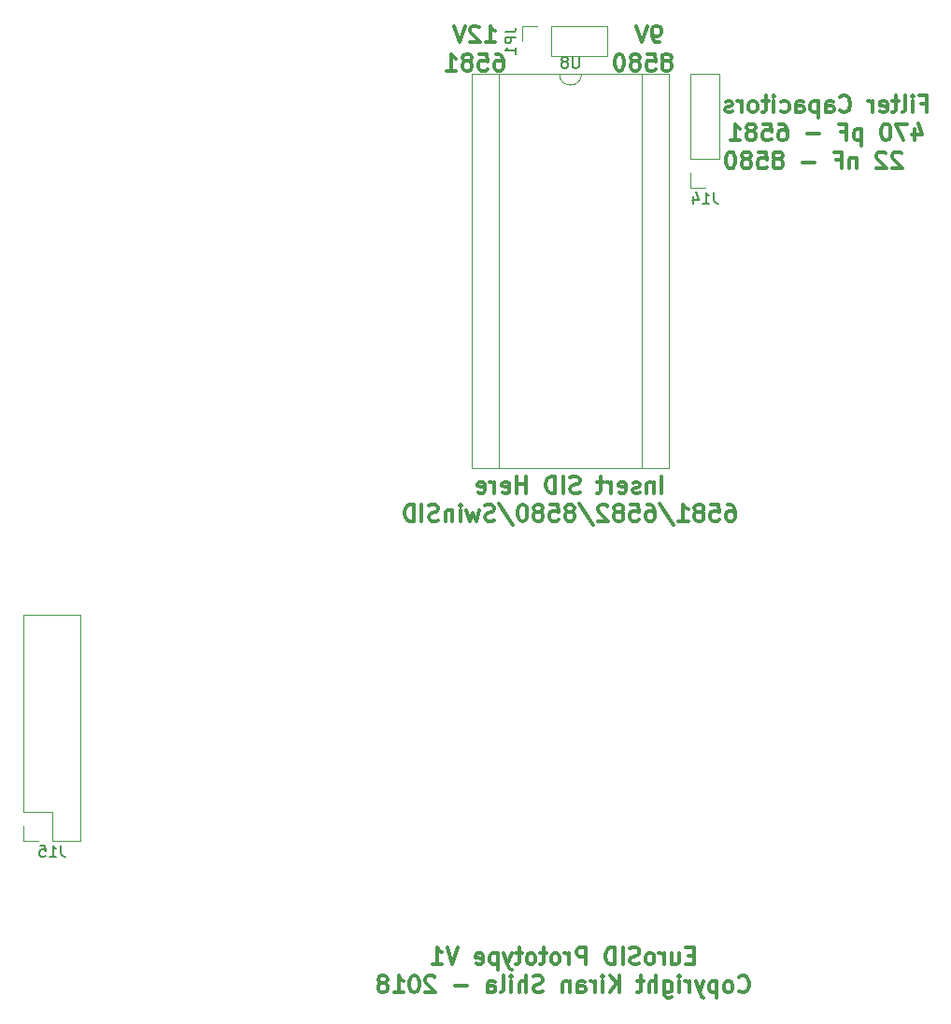
<source format=gbo>
G04 #@! TF.GenerationSoftware,KiCad,Pcbnew,(5.0.1-3-g963ef8bb5)*
G04 #@! TF.CreationDate,2018-11-12T23:42:08-05:00*
G04 #@! TF.ProjectId,EuroSID,4575726F5349442E6B696361645F7063,rev?*
G04 #@! TF.SameCoordinates,Original*
G04 #@! TF.FileFunction,Legend,Bot*
G04 #@! TF.FilePolarity,Positive*
%FSLAX46Y46*%
G04 Gerber Fmt 4.6, Leading zero omitted, Abs format (unit mm)*
G04 Created by KiCad (PCBNEW (5.0.1-3-g963ef8bb5)) date Monday, November 12, 2018 at 11:42:08 PM*
%MOMM*%
%LPD*%
G01*
G04 APERTURE LIST*
%ADD10C,0.300000*%
%ADD11C,0.120000*%
%ADD12C,0.150000*%
G04 APERTURE END LIST*
D10*
X102041428Y-96323571D02*
X102041428Y-94823571D01*
X101327142Y-95323571D02*
X101327142Y-96323571D01*
X101327142Y-95466428D02*
X101255714Y-95395000D01*
X101112857Y-95323571D01*
X100898571Y-95323571D01*
X100755714Y-95395000D01*
X100684285Y-95537857D01*
X100684285Y-96323571D01*
X100041428Y-96252142D02*
X99898571Y-96323571D01*
X99612857Y-96323571D01*
X99470000Y-96252142D01*
X99398571Y-96109285D01*
X99398571Y-96037857D01*
X99470000Y-95895000D01*
X99612857Y-95823571D01*
X99827142Y-95823571D01*
X99970000Y-95752142D01*
X100041428Y-95609285D01*
X100041428Y-95537857D01*
X99970000Y-95395000D01*
X99827142Y-95323571D01*
X99612857Y-95323571D01*
X99470000Y-95395000D01*
X98184285Y-96252142D02*
X98327142Y-96323571D01*
X98612857Y-96323571D01*
X98755714Y-96252142D01*
X98827142Y-96109285D01*
X98827142Y-95537857D01*
X98755714Y-95395000D01*
X98612857Y-95323571D01*
X98327142Y-95323571D01*
X98184285Y-95395000D01*
X98112857Y-95537857D01*
X98112857Y-95680714D01*
X98827142Y-95823571D01*
X97470000Y-96323571D02*
X97470000Y-95323571D01*
X97470000Y-95609285D02*
X97398571Y-95466428D01*
X97327142Y-95395000D01*
X97184285Y-95323571D01*
X97041428Y-95323571D01*
X96755714Y-95323571D02*
X96184285Y-95323571D01*
X96541428Y-94823571D02*
X96541428Y-96109285D01*
X96470000Y-96252142D01*
X96327142Y-96323571D01*
X96184285Y-96323571D01*
X94612857Y-96252142D02*
X94398571Y-96323571D01*
X94041428Y-96323571D01*
X93898571Y-96252142D01*
X93827142Y-96180714D01*
X93755714Y-96037857D01*
X93755714Y-95895000D01*
X93827142Y-95752142D01*
X93898571Y-95680714D01*
X94041428Y-95609285D01*
X94327142Y-95537857D01*
X94470000Y-95466428D01*
X94541428Y-95395000D01*
X94612857Y-95252142D01*
X94612857Y-95109285D01*
X94541428Y-94966428D01*
X94470000Y-94895000D01*
X94327142Y-94823571D01*
X93970000Y-94823571D01*
X93755714Y-94895000D01*
X93112857Y-96323571D02*
X93112857Y-94823571D01*
X92398571Y-96323571D02*
X92398571Y-94823571D01*
X92041428Y-94823571D01*
X91827142Y-94895000D01*
X91684285Y-95037857D01*
X91612857Y-95180714D01*
X91541428Y-95466428D01*
X91541428Y-95680714D01*
X91612857Y-95966428D01*
X91684285Y-96109285D01*
X91827142Y-96252142D01*
X92041428Y-96323571D01*
X92398571Y-96323571D01*
X89755714Y-96323571D02*
X89755714Y-94823571D01*
X89755714Y-95537857D02*
X88898571Y-95537857D01*
X88898571Y-96323571D02*
X88898571Y-94823571D01*
X87612857Y-96252142D02*
X87755714Y-96323571D01*
X88041428Y-96323571D01*
X88184285Y-96252142D01*
X88255714Y-96109285D01*
X88255714Y-95537857D01*
X88184285Y-95395000D01*
X88041428Y-95323571D01*
X87755714Y-95323571D01*
X87612857Y-95395000D01*
X87541428Y-95537857D01*
X87541428Y-95680714D01*
X88255714Y-95823571D01*
X86898571Y-96323571D02*
X86898571Y-95323571D01*
X86898571Y-95609285D02*
X86827142Y-95466428D01*
X86755714Y-95395000D01*
X86612857Y-95323571D01*
X86470000Y-95323571D01*
X85398571Y-96252142D02*
X85541428Y-96323571D01*
X85827142Y-96323571D01*
X85970000Y-96252142D01*
X86041428Y-96109285D01*
X86041428Y-95537857D01*
X85970000Y-95395000D01*
X85827142Y-95323571D01*
X85541428Y-95323571D01*
X85398571Y-95395000D01*
X85327142Y-95537857D01*
X85327142Y-95680714D01*
X86041428Y-95823571D01*
X108005714Y-97373571D02*
X108291428Y-97373571D01*
X108434285Y-97445000D01*
X108505714Y-97516428D01*
X108648571Y-97730714D01*
X108720000Y-98016428D01*
X108720000Y-98587857D01*
X108648571Y-98730714D01*
X108577142Y-98802142D01*
X108434285Y-98873571D01*
X108148571Y-98873571D01*
X108005714Y-98802142D01*
X107934285Y-98730714D01*
X107862857Y-98587857D01*
X107862857Y-98230714D01*
X107934285Y-98087857D01*
X108005714Y-98016428D01*
X108148571Y-97945000D01*
X108434285Y-97945000D01*
X108577142Y-98016428D01*
X108648571Y-98087857D01*
X108720000Y-98230714D01*
X106505714Y-97373571D02*
X107220000Y-97373571D01*
X107291428Y-98087857D01*
X107220000Y-98016428D01*
X107077142Y-97945000D01*
X106720000Y-97945000D01*
X106577142Y-98016428D01*
X106505714Y-98087857D01*
X106434285Y-98230714D01*
X106434285Y-98587857D01*
X106505714Y-98730714D01*
X106577142Y-98802142D01*
X106720000Y-98873571D01*
X107077142Y-98873571D01*
X107220000Y-98802142D01*
X107291428Y-98730714D01*
X105577142Y-98016428D02*
X105720000Y-97945000D01*
X105791428Y-97873571D01*
X105862857Y-97730714D01*
X105862857Y-97659285D01*
X105791428Y-97516428D01*
X105720000Y-97445000D01*
X105577142Y-97373571D01*
X105291428Y-97373571D01*
X105148571Y-97445000D01*
X105077142Y-97516428D01*
X105005714Y-97659285D01*
X105005714Y-97730714D01*
X105077142Y-97873571D01*
X105148571Y-97945000D01*
X105291428Y-98016428D01*
X105577142Y-98016428D01*
X105720000Y-98087857D01*
X105791428Y-98159285D01*
X105862857Y-98302142D01*
X105862857Y-98587857D01*
X105791428Y-98730714D01*
X105720000Y-98802142D01*
X105577142Y-98873571D01*
X105291428Y-98873571D01*
X105148571Y-98802142D01*
X105077142Y-98730714D01*
X105005714Y-98587857D01*
X105005714Y-98302142D01*
X105077142Y-98159285D01*
X105148571Y-98087857D01*
X105291428Y-98016428D01*
X103577142Y-98873571D02*
X104434285Y-98873571D01*
X104005714Y-98873571D02*
X104005714Y-97373571D01*
X104148571Y-97587857D01*
X104291428Y-97730714D01*
X104434285Y-97802142D01*
X101862857Y-97302142D02*
X103148571Y-99230714D01*
X100720000Y-97373571D02*
X101005714Y-97373571D01*
X101148571Y-97445000D01*
X101220000Y-97516428D01*
X101362857Y-97730714D01*
X101434285Y-98016428D01*
X101434285Y-98587857D01*
X101362857Y-98730714D01*
X101291428Y-98802142D01*
X101148571Y-98873571D01*
X100862857Y-98873571D01*
X100720000Y-98802142D01*
X100648571Y-98730714D01*
X100577142Y-98587857D01*
X100577142Y-98230714D01*
X100648571Y-98087857D01*
X100720000Y-98016428D01*
X100862857Y-97945000D01*
X101148571Y-97945000D01*
X101291428Y-98016428D01*
X101362857Y-98087857D01*
X101434285Y-98230714D01*
X99220000Y-97373571D02*
X99934285Y-97373571D01*
X100005714Y-98087857D01*
X99934285Y-98016428D01*
X99791428Y-97945000D01*
X99434285Y-97945000D01*
X99291428Y-98016428D01*
X99220000Y-98087857D01*
X99148571Y-98230714D01*
X99148571Y-98587857D01*
X99220000Y-98730714D01*
X99291428Y-98802142D01*
X99434285Y-98873571D01*
X99791428Y-98873571D01*
X99934285Y-98802142D01*
X100005714Y-98730714D01*
X98291428Y-98016428D02*
X98434285Y-97945000D01*
X98505714Y-97873571D01*
X98577142Y-97730714D01*
X98577142Y-97659285D01*
X98505714Y-97516428D01*
X98434285Y-97445000D01*
X98291428Y-97373571D01*
X98005714Y-97373571D01*
X97862857Y-97445000D01*
X97791428Y-97516428D01*
X97720000Y-97659285D01*
X97720000Y-97730714D01*
X97791428Y-97873571D01*
X97862857Y-97945000D01*
X98005714Y-98016428D01*
X98291428Y-98016428D01*
X98434285Y-98087857D01*
X98505714Y-98159285D01*
X98577142Y-98302142D01*
X98577142Y-98587857D01*
X98505714Y-98730714D01*
X98434285Y-98802142D01*
X98291428Y-98873571D01*
X98005714Y-98873571D01*
X97862857Y-98802142D01*
X97791428Y-98730714D01*
X97720000Y-98587857D01*
X97720000Y-98302142D01*
X97791428Y-98159285D01*
X97862857Y-98087857D01*
X98005714Y-98016428D01*
X97148571Y-97516428D02*
X97077142Y-97445000D01*
X96934285Y-97373571D01*
X96577142Y-97373571D01*
X96434285Y-97445000D01*
X96362857Y-97516428D01*
X96291428Y-97659285D01*
X96291428Y-97802142D01*
X96362857Y-98016428D01*
X97220000Y-98873571D01*
X96291428Y-98873571D01*
X94577142Y-97302142D02*
X95862857Y-99230714D01*
X93862857Y-98016428D02*
X94005714Y-97945000D01*
X94077142Y-97873571D01*
X94148571Y-97730714D01*
X94148571Y-97659285D01*
X94077142Y-97516428D01*
X94005714Y-97445000D01*
X93862857Y-97373571D01*
X93577142Y-97373571D01*
X93434285Y-97445000D01*
X93362857Y-97516428D01*
X93291428Y-97659285D01*
X93291428Y-97730714D01*
X93362857Y-97873571D01*
X93434285Y-97945000D01*
X93577142Y-98016428D01*
X93862857Y-98016428D01*
X94005714Y-98087857D01*
X94077142Y-98159285D01*
X94148571Y-98302142D01*
X94148571Y-98587857D01*
X94077142Y-98730714D01*
X94005714Y-98802142D01*
X93862857Y-98873571D01*
X93577142Y-98873571D01*
X93434285Y-98802142D01*
X93362857Y-98730714D01*
X93291428Y-98587857D01*
X93291428Y-98302142D01*
X93362857Y-98159285D01*
X93434285Y-98087857D01*
X93577142Y-98016428D01*
X91934285Y-97373571D02*
X92648571Y-97373571D01*
X92719999Y-98087857D01*
X92648571Y-98016428D01*
X92505714Y-97945000D01*
X92148571Y-97945000D01*
X92005714Y-98016428D01*
X91934285Y-98087857D01*
X91862857Y-98230714D01*
X91862857Y-98587857D01*
X91934285Y-98730714D01*
X92005714Y-98802142D01*
X92148571Y-98873571D01*
X92505714Y-98873571D01*
X92648571Y-98802142D01*
X92719999Y-98730714D01*
X91005714Y-98016428D02*
X91148571Y-97945000D01*
X91219999Y-97873571D01*
X91291428Y-97730714D01*
X91291428Y-97659285D01*
X91219999Y-97516428D01*
X91148571Y-97445000D01*
X91005714Y-97373571D01*
X90719999Y-97373571D01*
X90577142Y-97445000D01*
X90505714Y-97516428D01*
X90434285Y-97659285D01*
X90434285Y-97730714D01*
X90505714Y-97873571D01*
X90577142Y-97945000D01*
X90719999Y-98016428D01*
X91005714Y-98016428D01*
X91148571Y-98087857D01*
X91219999Y-98159285D01*
X91291428Y-98302142D01*
X91291428Y-98587857D01*
X91219999Y-98730714D01*
X91148571Y-98802142D01*
X91005714Y-98873571D01*
X90719999Y-98873571D01*
X90577142Y-98802142D01*
X90505714Y-98730714D01*
X90434285Y-98587857D01*
X90434285Y-98302142D01*
X90505714Y-98159285D01*
X90577142Y-98087857D01*
X90719999Y-98016428D01*
X89505714Y-97373571D02*
X89362857Y-97373571D01*
X89219999Y-97445000D01*
X89148571Y-97516428D01*
X89077142Y-97659285D01*
X89005714Y-97945000D01*
X89005714Y-98302142D01*
X89077142Y-98587857D01*
X89148571Y-98730714D01*
X89219999Y-98802142D01*
X89362857Y-98873571D01*
X89505714Y-98873571D01*
X89648571Y-98802142D01*
X89719999Y-98730714D01*
X89791428Y-98587857D01*
X89862857Y-98302142D01*
X89862857Y-97945000D01*
X89791428Y-97659285D01*
X89719999Y-97516428D01*
X89648571Y-97445000D01*
X89505714Y-97373571D01*
X87291428Y-97302142D02*
X88577142Y-99230714D01*
X86862857Y-98802142D02*
X86648571Y-98873571D01*
X86291428Y-98873571D01*
X86148571Y-98802142D01*
X86077142Y-98730714D01*
X86005714Y-98587857D01*
X86005714Y-98445000D01*
X86077142Y-98302142D01*
X86148571Y-98230714D01*
X86291428Y-98159285D01*
X86577142Y-98087857D01*
X86719999Y-98016428D01*
X86791428Y-97945000D01*
X86862857Y-97802142D01*
X86862857Y-97659285D01*
X86791428Y-97516428D01*
X86719999Y-97445000D01*
X86577142Y-97373571D01*
X86219999Y-97373571D01*
X86005714Y-97445000D01*
X85505714Y-97873571D02*
X85219999Y-98873571D01*
X84934285Y-98159285D01*
X84648571Y-98873571D01*
X84362857Y-97873571D01*
X83791428Y-98873571D02*
X83791428Y-97873571D01*
X83791428Y-97373571D02*
X83862857Y-97445000D01*
X83791428Y-97516428D01*
X83719999Y-97445000D01*
X83791428Y-97373571D01*
X83791428Y-97516428D01*
X83077142Y-97873571D02*
X83077142Y-98873571D01*
X83077142Y-98016428D02*
X83005714Y-97945000D01*
X82862857Y-97873571D01*
X82648571Y-97873571D01*
X82505714Y-97945000D01*
X82434285Y-98087857D01*
X82434285Y-98873571D01*
X81791428Y-98802142D02*
X81577142Y-98873571D01*
X81219999Y-98873571D01*
X81077142Y-98802142D01*
X81005714Y-98730714D01*
X80934285Y-98587857D01*
X80934285Y-98445000D01*
X81005714Y-98302142D01*
X81077142Y-98230714D01*
X81219999Y-98159285D01*
X81505714Y-98087857D01*
X81648571Y-98016428D01*
X81719999Y-97945000D01*
X81791428Y-97802142D01*
X81791428Y-97659285D01*
X81719999Y-97516428D01*
X81648571Y-97445000D01*
X81505714Y-97373571D01*
X81148571Y-97373571D01*
X80934285Y-97445000D01*
X80291428Y-98873571D02*
X80291428Y-97373571D01*
X79577142Y-98873571D02*
X79577142Y-97373571D01*
X79219999Y-97373571D01*
X79005714Y-97445000D01*
X78862857Y-97587857D01*
X78791428Y-97730714D01*
X78719999Y-98016428D01*
X78719999Y-98230714D01*
X78791428Y-98516428D01*
X78862857Y-98659285D01*
X79005714Y-98802142D01*
X79219999Y-98873571D01*
X79577142Y-98873571D01*
X104945714Y-138247857D02*
X104445714Y-138247857D01*
X104231428Y-139033571D02*
X104945714Y-139033571D01*
X104945714Y-137533571D01*
X104231428Y-137533571D01*
X102945714Y-138033571D02*
X102945714Y-139033571D01*
X103588571Y-138033571D02*
X103588571Y-138819285D01*
X103517142Y-138962142D01*
X103374285Y-139033571D01*
X103160000Y-139033571D01*
X103017142Y-138962142D01*
X102945714Y-138890714D01*
X102231428Y-139033571D02*
X102231428Y-138033571D01*
X102231428Y-138319285D02*
X102160000Y-138176428D01*
X102088571Y-138105000D01*
X101945714Y-138033571D01*
X101802857Y-138033571D01*
X101088571Y-139033571D02*
X101231428Y-138962142D01*
X101302857Y-138890714D01*
X101374285Y-138747857D01*
X101374285Y-138319285D01*
X101302857Y-138176428D01*
X101231428Y-138105000D01*
X101088571Y-138033571D01*
X100874285Y-138033571D01*
X100731428Y-138105000D01*
X100660000Y-138176428D01*
X100588571Y-138319285D01*
X100588571Y-138747857D01*
X100660000Y-138890714D01*
X100731428Y-138962142D01*
X100874285Y-139033571D01*
X101088571Y-139033571D01*
X100017142Y-138962142D02*
X99802857Y-139033571D01*
X99445714Y-139033571D01*
X99302857Y-138962142D01*
X99231428Y-138890714D01*
X99160000Y-138747857D01*
X99160000Y-138605000D01*
X99231428Y-138462142D01*
X99302857Y-138390714D01*
X99445714Y-138319285D01*
X99731428Y-138247857D01*
X99874285Y-138176428D01*
X99945714Y-138105000D01*
X100017142Y-137962142D01*
X100017142Y-137819285D01*
X99945714Y-137676428D01*
X99874285Y-137605000D01*
X99731428Y-137533571D01*
X99374285Y-137533571D01*
X99160000Y-137605000D01*
X98517142Y-139033571D02*
X98517142Y-137533571D01*
X97802857Y-139033571D02*
X97802857Y-137533571D01*
X97445714Y-137533571D01*
X97231428Y-137605000D01*
X97088571Y-137747857D01*
X97017142Y-137890714D01*
X96945714Y-138176428D01*
X96945714Y-138390714D01*
X97017142Y-138676428D01*
X97088571Y-138819285D01*
X97231428Y-138962142D01*
X97445714Y-139033571D01*
X97802857Y-139033571D01*
X95160000Y-139033571D02*
X95160000Y-137533571D01*
X94588571Y-137533571D01*
X94445714Y-137605000D01*
X94374285Y-137676428D01*
X94302857Y-137819285D01*
X94302857Y-138033571D01*
X94374285Y-138176428D01*
X94445714Y-138247857D01*
X94588571Y-138319285D01*
X95160000Y-138319285D01*
X93660000Y-139033571D02*
X93660000Y-138033571D01*
X93660000Y-138319285D02*
X93588571Y-138176428D01*
X93517142Y-138105000D01*
X93374285Y-138033571D01*
X93231428Y-138033571D01*
X92517142Y-139033571D02*
X92660000Y-138962142D01*
X92731428Y-138890714D01*
X92802857Y-138747857D01*
X92802857Y-138319285D01*
X92731428Y-138176428D01*
X92660000Y-138105000D01*
X92517142Y-138033571D01*
X92302857Y-138033571D01*
X92160000Y-138105000D01*
X92088571Y-138176428D01*
X92017142Y-138319285D01*
X92017142Y-138747857D01*
X92088571Y-138890714D01*
X92160000Y-138962142D01*
X92302857Y-139033571D01*
X92517142Y-139033571D01*
X91588571Y-138033571D02*
X91017142Y-138033571D01*
X91374285Y-137533571D02*
X91374285Y-138819285D01*
X91302857Y-138962142D01*
X91160000Y-139033571D01*
X91017142Y-139033571D01*
X90302857Y-139033571D02*
X90445714Y-138962142D01*
X90517142Y-138890714D01*
X90588571Y-138747857D01*
X90588571Y-138319285D01*
X90517142Y-138176428D01*
X90445714Y-138105000D01*
X90302857Y-138033571D01*
X90088571Y-138033571D01*
X89945714Y-138105000D01*
X89874285Y-138176428D01*
X89802857Y-138319285D01*
X89802857Y-138747857D01*
X89874285Y-138890714D01*
X89945714Y-138962142D01*
X90088571Y-139033571D01*
X90302857Y-139033571D01*
X89374285Y-138033571D02*
X88802857Y-138033571D01*
X89160000Y-137533571D02*
X89160000Y-138819285D01*
X89088571Y-138962142D01*
X88945714Y-139033571D01*
X88802857Y-139033571D01*
X88445714Y-138033571D02*
X88088571Y-139033571D01*
X87731428Y-138033571D02*
X88088571Y-139033571D01*
X88231428Y-139390714D01*
X88302857Y-139462142D01*
X88445714Y-139533571D01*
X87160000Y-138033571D02*
X87160000Y-139533571D01*
X87160000Y-138105000D02*
X87017142Y-138033571D01*
X86731428Y-138033571D01*
X86588571Y-138105000D01*
X86517142Y-138176428D01*
X86445714Y-138319285D01*
X86445714Y-138747857D01*
X86517142Y-138890714D01*
X86588571Y-138962142D01*
X86731428Y-139033571D01*
X87017142Y-139033571D01*
X87160000Y-138962142D01*
X85231428Y-138962142D02*
X85374285Y-139033571D01*
X85660000Y-139033571D01*
X85802857Y-138962142D01*
X85874285Y-138819285D01*
X85874285Y-138247857D01*
X85802857Y-138105000D01*
X85660000Y-138033571D01*
X85374285Y-138033571D01*
X85231428Y-138105000D01*
X85160000Y-138247857D01*
X85160000Y-138390714D01*
X85874285Y-138533571D01*
X83588571Y-137533571D02*
X83088571Y-139033571D01*
X82588571Y-137533571D01*
X81302857Y-139033571D02*
X82160000Y-139033571D01*
X81731428Y-139033571D02*
X81731428Y-137533571D01*
X81874285Y-137747857D01*
X82017142Y-137890714D01*
X82160000Y-137962142D01*
X109052857Y-141440714D02*
X109124285Y-141512142D01*
X109338571Y-141583571D01*
X109481428Y-141583571D01*
X109695714Y-141512142D01*
X109838571Y-141369285D01*
X109910000Y-141226428D01*
X109981428Y-140940714D01*
X109981428Y-140726428D01*
X109910000Y-140440714D01*
X109838571Y-140297857D01*
X109695714Y-140155000D01*
X109481428Y-140083571D01*
X109338571Y-140083571D01*
X109124285Y-140155000D01*
X109052857Y-140226428D01*
X108195714Y-141583571D02*
X108338571Y-141512142D01*
X108410000Y-141440714D01*
X108481428Y-141297857D01*
X108481428Y-140869285D01*
X108410000Y-140726428D01*
X108338571Y-140655000D01*
X108195714Y-140583571D01*
X107981428Y-140583571D01*
X107838571Y-140655000D01*
X107767142Y-140726428D01*
X107695714Y-140869285D01*
X107695714Y-141297857D01*
X107767142Y-141440714D01*
X107838571Y-141512142D01*
X107981428Y-141583571D01*
X108195714Y-141583571D01*
X107052857Y-140583571D02*
X107052857Y-142083571D01*
X107052857Y-140655000D02*
X106910000Y-140583571D01*
X106624285Y-140583571D01*
X106481428Y-140655000D01*
X106410000Y-140726428D01*
X106338571Y-140869285D01*
X106338571Y-141297857D01*
X106410000Y-141440714D01*
X106481428Y-141512142D01*
X106624285Y-141583571D01*
X106910000Y-141583571D01*
X107052857Y-141512142D01*
X105838571Y-140583571D02*
X105481428Y-141583571D01*
X105124285Y-140583571D02*
X105481428Y-141583571D01*
X105624285Y-141940714D01*
X105695714Y-142012142D01*
X105838571Y-142083571D01*
X104552857Y-141583571D02*
X104552857Y-140583571D01*
X104552857Y-140869285D02*
X104481428Y-140726428D01*
X104410000Y-140655000D01*
X104267142Y-140583571D01*
X104124285Y-140583571D01*
X103624285Y-141583571D02*
X103624285Y-140583571D01*
X103624285Y-140083571D02*
X103695714Y-140155000D01*
X103624285Y-140226428D01*
X103552857Y-140155000D01*
X103624285Y-140083571D01*
X103624285Y-140226428D01*
X102267142Y-140583571D02*
X102267142Y-141797857D01*
X102338571Y-141940714D01*
X102410000Y-142012142D01*
X102552857Y-142083571D01*
X102767142Y-142083571D01*
X102910000Y-142012142D01*
X102267142Y-141512142D02*
X102410000Y-141583571D01*
X102695714Y-141583571D01*
X102838571Y-141512142D01*
X102910000Y-141440714D01*
X102981428Y-141297857D01*
X102981428Y-140869285D01*
X102910000Y-140726428D01*
X102838571Y-140655000D01*
X102695714Y-140583571D01*
X102410000Y-140583571D01*
X102267142Y-140655000D01*
X101552857Y-141583571D02*
X101552857Y-140083571D01*
X100910000Y-141583571D02*
X100910000Y-140797857D01*
X100981428Y-140655000D01*
X101124285Y-140583571D01*
X101338571Y-140583571D01*
X101481428Y-140655000D01*
X101552857Y-140726428D01*
X100410000Y-140583571D02*
X99838571Y-140583571D01*
X100195714Y-140083571D02*
X100195714Y-141369285D01*
X100124285Y-141512142D01*
X99981428Y-141583571D01*
X99838571Y-141583571D01*
X98195714Y-141583571D02*
X98195714Y-140083571D01*
X97338571Y-141583571D02*
X97981428Y-140726428D01*
X97338571Y-140083571D02*
X98195714Y-140940714D01*
X96695714Y-141583571D02*
X96695714Y-140583571D01*
X96695714Y-140083571D02*
X96767142Y-140155000D01*
X96695714Y-140226428D01*
X96624285Y-140155000D01*
X96695714Y-140083571D01*
X96695714Y-140226428D01*
X95981428Y-141583571D02*
X95981428Y-140583571D01*
X95981428Y-140869285D02*
X95910000Y-140726428D01*
X95838571Y-140655000D01*
X95695714Y-140583571D01*
X95552857Y-140583571D01*
X94410000Y-141583571D02*
X94410000Y-140797857D01*
X94481428Y-140655000D01*
X94624285Y-140583571D01*
X94910000Y-140583571D01*
X95052857Y-140655000D01*
X94410000Y-141512142D02*
X94552857Y-141583571D01*
X94910000Y-141583571D01*
X95052857Y-141512142D01*
X95124285Y-141369285D01*
X95124285Y-141226428D01*
X95052857Y-141083571D01*
X94910000Y-141012142D01*
X94552857Y-141012142D01*
X94410000Y-140940714D01*
X93695714Y-140583571D02*
X93695714Y-141583571D01*
X93695714Y-140726428D02*
X93624285Y-140655000D01*
X93481428Y-140583571D01*
X93267142Y-140583571D01*
X93124285Y-140655000D01*
X93052857Y-140797857D01*
X93052857Y-141583571D01*
X91267142Y-141512142D02*
X91052857Y-141583571D01*
X90695714Y-141583571D01*
X90552857Y-141512142D01*
X90481428Y-141440714D01*
X90410000Y-141297857D01*
X90410000Y-141155000D01*
X90481428Y-141012142D01*
X90552857Y-140940714D01*
X90695714Y-140869285D01*
X90981428Y-140797857D01*
X91124285Y-140726428D01*
X91195714Y-140655000D01*
X91267142Y-140512142D01*
X91267142Y-140369285D01*
X91195714Y-140226428D01*
X91124285Y-140155000D01*
X90981428Y-140083571D01*
X90624285Y-140083571D01*
X90410000Y-140155000D01*
X89767142Y-141583571D02*
X89767142Y-140083571D01*
X89124285Y-141583571D02*
X89124285Y-140797857D01*
X89195714Y-140655000D01*
X89338571Y-140583571D01*
X89552857Y-140583571D01*
X89695714Y-140655000D01*
X89767142Y-140726428D01*
X88410000Y-141583571D02*
X88410000Y-140583571D01*
X88410000Y-140083571D02*
X88481428Y-140155000D01*
X88410000Y-140226428D01*
X88338571Y-140155000D01*
X88410000Y-140083571D01*
X88410000Y-140226428D01*
X87481428Y-141583571D02*
X87624285Y-141512142D01*
X87695714Y-141369285D01*
X87695714Y-140083571D01*
X86267142Y-141583571D02*
X86267142Y-140797857D01*
X86338571Y-140655000D01*
X86481428Y-140583571D01*
X86767142Y-140583571D01*
X86910000Y-140655000D01*
X86267142Y-141512142D02*
X86410000Y-141583571D01*
X86767142Y-141583571D01*
X86910000Y-141512142D01*
X86981428Y-141369285D01*
X86981428Y-141226428D01*
X86910000Y-141083571D01*
X86767142Y-141012142D01*
X86410000Y-141012142D01*
X86267142Y-140940714D01*
X84410000Y-141012142D02*
X83267142Y-141012142D01*
X81481428Y-140226428D02*
X81410000Y-140155000D01*
X81267142Y-140083571D01*
X80910000Y-140083571D01*
X80767142Y-140155000D01*
X80695714Y-140226428D01*
X80624285Y-140369285D01*
X80624285Y-140512142D01*
X80695714Y-140726428D01*
X81552857Y-141583571D01*
X80624285Y-141583571D01*
X79695714Y-140083571D02*
X79552857Y-140083571D01*
X79410000Y-140155000D01*
X79338571Y-140226428D01*
X79267142Y-140369285D01*
X79195714Y-140655000D01*
X79195714Y-141012142D01*
X79267142Y-141297857D01*
X79338571Y-141440714D01*
X79410000Y-141512142D01*
X79552857Y-141583571D01*
X79695714Y-141583571D01*
X79838571Y-141512142D01*
X79910000Y-141440714D01*
X79981428Y-141297857D01*
X80052857Y-141012142D01*
X80052857Y-140655000D01*
X79981428Y-140369285D01*
X79910000Y-140226428D01*
X79838571Y-140155000D01*
X79695714Y-140083571D01*
X77767142Y-141583571D02*
X78624285Y-141583571D01*
X78195714Y-141583571D02*
X78195714Y-140083571D01*
X78338571Y-140297857D01*
X78481428Y-140440714D01*
X78624285Y-140512142D01*
X76910000Y-140726428D02*
X77052857Y-140655000D01*
X77124285Y-140583571D01*
X77195714Y-140440714D01*
X77195714Y-140369285D01*
X77124285Y-140226428D01*
X77052857Y-140155000D01*
X76910000Y-140083571D01*
X76624285Y-140083571D01*
X76481428Y-140155000D01*
X76410000Y-140226428D01*
X76338571Y-140369285D01*
X76338571Y-140440714D01*
X76410000Y-140583571D01*
X76481428Y-140655000D01*
X76624285Y-140726428D01*
X76910000Y-140726428D01*
X77052857Y-140797857D01*
X77124285Y-140869285D01*
X77195714Y-141012142D01*
X77195714Y-141297857D01*
X77124285Y-141440714D01*
X77052857Y-141512142D01*
X76910000Y-141583571D01*
X76624285Y-141583571D01*
X76481428Y-141512142D01*
X76410000Y-141440714D01*
X76338571Y-141297857D01*
X76338571Y-141012142D01*
X76410000Y-140869285D01*
X76481428Y-140797857D01*
X76624285Y-140726428D01*
X125577142Y-61032857D02*
X126077142Y-61032857D01*
X126077142Y-61818571D02*
X126077142Y-60318571D01*
X125362857Y-60318571D01*
X124791428Y-61818571D02*
X124791428Y-60818571D01*
X124791428Y-60318571D02*
X124862857Y-60390000D01*
X124791428Y-60461428D01*
X124720000Y-60390000D01*
X124791428Y-60318571D01*
X124791428Y-60461428D01*
X123862857Y-61818571D02*
X124005714Y-61747142D01*
X124077142Y-61604285D01*
X124077142Y-60318571D01*
X123505714Y-60818571D02*
X122934285Y-60818571D01*
X123291428Y-60318571D02*
X123291428Y-61604285D01*
X123220000Y-61747142D01*
X123077142Y-61818571D01*
X122934285Y-61818571D01*
X121862857Y-61747142D02*
X122005714Y-61818571D01*
X122291428Y-61818571D01*
X122434285Y-61747142D01*
X122505714Y-61604285D01*
X122505714Y-61032857D01*
X122434285Y-60890000D01*
X122291428Y-60818571D01*
X122005714Y-60818571D01*
X121862857Y-60890000D01*
X121791428Y-61032857D01*
X121791428Y-61175714D01*
X122505714Y-61318571D01*
X121148571Y-61818571D02*
X121148571Y-60818571D01*
X121148571Y-61104285D02*
X121077142Y-60961428D01*
X121005714Y-60890000D01*
X120862857Y-60818571D01*
X120720000Y-60818571D01*
X118220000Y-61675714D02*
X118291428Y-61747142D01*
X118505714Y-61818571D01*
X118648571Y-61818571D01*
X118862857Y-61747142D01*
X119005714Y-61604285D01*
X119077142Y-61461428D01*
X119148571Y-61175714D01*
X119148571Y-60961428D01*
X119077142Y-60675714D01*
X119005714Y-60532857D01*
X118862857Y-60390000D01*
X118648571Y-60318571D01*
X118505714Y-60318571D01*
X118291428Y-60390000D01*
X118220000Y-60461428D01*
X116934285Y-61818571D02*
X116934285Y-61032857D01*
X117005714Y-60890000D01*
X117148571Y-60818571D01*
X117434285Y-60818571D01*
X117577142Y-60890000D01*
X116934285Y-61747142D02*
X117077142Y-61818571D01*
X117434285Y-61818571D01*
X117577142Y-61747142D01*
X117648571Y-61604285D01*
X117648571Y-61461428D01*
X117577142Y-61318571D01*
X117434285Y-61247142D01*
X117077142Y-61247142D01*
X116934285Y-61175714D01*
X116220000Y-60818571D02*
X116220000Y-62318571D01*
X116220000Y-60890000D02*
X116077142Y-60818571D01*
X115791428Y-60818571D01*
X115648571Y-60890000D01*
X115577142Y-60961428D01*
X115505714Y-61104285D01*
X115505714Y-61532857D01*
X115577142Y-61675714D01*
X115648571Y-61747142D01*
X115791428Y-61818571D01*
X116077142Y-61818571D01*
X116220000Y-61747142D01*
X114220000Y-61818571D02*
X114220000Y-61032857D01*
X114291428Y-60890000D01*
X114434285Y-60818571D01*
X114720000Y-60818571D01*
X114862857Y-60890000D01*
X114220000Y-61747142D02*
X114362857Y-61818571D01*
X114720000Y-61818571D01*
X114862857Y-61747142D01*
X114934285Y-61604285D01*
X114934285Y-61461428D01*
X114862857Y-61318571D01*
X114720000Y-61247142D01*
X114362857Y-61247142D01*
X114220000Y-61175714D01*
X112862857Y-61747142D02*
X113005714Y-61818571D01*
X113291428Y-61818571D01*
X113434285Y-61747142D01*
X113505714Y-61675714D01*
X113577142Y-61532857D01*
X113577142Y-61104285D01*
X113505714Y-60961428D01*
X113434285Y-60890000D01*
X113291428Y-60818571D01*
X113005714Y-60818571D01*
X112862857Y-60890000D01*
X112220000Y-61818571D02*
X112220000Y-60818571D01*
X112220000Y-60318571D02*
X112291428Y-60390000D01*
X112220000Y-60461428D01*
X112148571Y-60390000D01*
X112220000Y-60318571D01*
X112220000Y-60461428D01*
X111720000Y-60818571D02*
X111148571Y-60818571D01*
X111505714Y-60318571D02*
X111505714Y-61604285D01*
X111434285Y-61747142D01*
X111291428Y-61818571D01*
X111148571Y-61818571D01*
X110434285Y-61818571D02*
X110577142Y-61747142D01*
X110648571Y-61675714D01*
X110720000Y-61532857D01*
X110720000Y-61104285D01*
X110648571Y-60961428D01*
X110577142Y-60890000D01*
X110434285Y-60818571D01*
X110220000Y-60818571D01*
X110077142Y-60890000D01*
X110005714Y-60961428D01*
X109934285Y-61104285D01*
X109934285Y-61532857D01*
X110005714Y-61675714D01*
X110077142Y-61747142D01*
X110220000Y-61818571D01*
X110434285Y-61818571D01*
X109291428Y-61818571D02*
X109291428Y-60818571D01*
X109291428Y-61104285D02*
X109220000Y-60961428D01*
X109148571Y-60890000D01*
X109005714Y-60818571D01*
X108862857Y-60818571D01*
X108434285Y-61747142D02*
X108291428Y-61818571D01*
X108005714Y-61818571D01*
X107862857Y-61747142D01*
X107791428Y-61604285D01*
X107791428Y-61532857D01*
X107862857Y-61390000D01*
X108005714Y-61318571D01*
X108220000Y-61318571D01*
X108362857Y-61247142D01*
X108434285Y-61104285D01*
X108434285Y-61032857D01*
X108362857Y-60890000D01*
X108220000Y-60818571D01*
X108005714Y-60818571D01*
X107862857Y-60890000D01*
X124934285Y-63368571D02*
X124934285Y-64368571D01*
X125291428Y-62797142D02*
X125648571Y-63868571D01*
X124720000Y-63868571D01*
X124291428Y-62868571D02*
X123291428Y-62868571D01*
X123934285Y-64368571D01*
X122434285Y-62868571D02*
X122291428Y-62868571D01*
X122148571Y-62940000D01*
X122077142Y-63011428D01*
X122005714Y-63154285D01*
X121934285Y-63440000D01*
X121934285Y-63797142D01*
X122005714Y-64082857D01*
X122077142Y-64225714D01*
X122148571Y-64297142D01*
X122291428Y-64368571D01*
X122434285Y-64368571D01*
X122577142Y-64297142D01*
X122648571Y-64225714D01*
X122720000Y-64082857D01*
X122791428Y-63797142D01*
X122791428Y-63440000D01*
X122720000Y-63154285D01*
X122648571Y-63011428D01*
X122577142Y-62940000D01*
X122434285Y-62868571D01*
X120148571Y-63368571D02*
X120148571Y-64868571D01*
X120148571Y-63440000D02*
X120005714Y-63368571D01*
X119720000Y-63368571D01*
X119577142Y-63440000D01*
X119505714Y-63511428D01*
X119434285Y-63654285D01*
X119434285Y-64082857D01*
X119505714Y-64225714D01*
X119577142Y-64297142D01*
X119720000Y-64368571D01*
X120005714Y-64368571D01*
X120148571Y-64297142D01*
X118291428Y-63582857D02*
X118791428Y-63582857D01*
X118791428Y-64368571D02*
X118791428Y-62868571D01*
X118077142Y-62868571D01*
X116362857Y-63797142D02*
X115220000Y-63797142D01*
X112720000Y-62868571D02*
X113005714Y-62868571D01*
X113148571Y-62940000D01*
X113220000Y-63011428D01*
X113362857Y-63225714D01*
X113434285Y-63511428D01*
X113434285Y-64082857D01*
X113362857Y-64225714D01*
X113291428Y-64297142D01*
X113148571Y-64368571D01*
X112862857Y-64368571D01*
X112720000Y-64297142D01*
X112648571Y-64225714D01*
X112577142Y-64082857D01*
X112577142Y-63725714D01*
X112648571Y-63582857D01*
X112720000Y-63511428D01*
X112862857Y-63440000D01*
X113148571Y-63440000D01*
X113291428Y-63511428D01*
X113362857Y-63582857D01*
X113434285Y-63725714D01*
X111220000Y-62868571D02*
X111934285Y-62868571D01*
X112005714Y-63582857D01*
X111934285Y-63511428D01*
X111791428Y-63440000D01*
X111434285Y-63440000D01*
X111291428Y-63511428D01*
X111220000Y-63582857D01*
X111148571Y-63725714D01*
X111148571Y-64082857D01*
X111220000Y-64225714D01*
X111291428Y-64297142D01*
X111434285Y-64368571D01*
X111791428Y-64368571D01*
X111934285Y-64297142D01*
X112005714Y-64225714D01*
X110291428Y-63511428D02*
X110434285Y-63440000D01*
X110505714Y-63368571D01*
X110577142Y-63225714D01*
X110577142Y-63154285D01*
X110505714Y-63011428D01*
X110434285Y-62940000D01*
X110291428Y-62868571D01*
X110005714Y-62868571D01*
X109862857Y-62940000D01*
X109791428Y-63011428D01*
X109720000Y-63154285D01*
X109720000Y-63225714D01*
X109791428Y-63368571D01*
X109862857Y-63440000D01*
X110005714Y-63511428D01*
X110291428Y-63511428D01*
X110434285Y-63582857D01*
X110505714Y-63654285D01*
X110577142Y-63797142D01*
X110577142Y-64082857D01*
X110505714Y-64225714D01*
X110434285Y-64297142D01*
X110291428Y-64368571D01*
X110005714Y-64368571D01*
X109862857Y-64297142D01*
X109791428Y-64225714D01*
X109720000Y-64082857D01*
X109720000Y-63797142D01*
X109791428Y-63654285D01*
X109862857Y-63582857D01*
X110005714Y-63511428D01*
X108291428Y-64368571D02*
X109148571Y-64368571D01*
X108720000Y-64368571D02*
X108720000Y-62868571D01*
X108862857Y-63082857D01*
X109005714Y-63225714D01*
X109148571Y-63297142D01*
X123791428Y-65561428D02*
X123720000Y-65490000D01*
X123577142Y-65418571D01*
X123220000Y-65418571D01*
X123077142Y-65490000D01*
X123005714Y-65561428D01*
X122934285Y-65704285D01*
X122934285Y-65847142D01*
X123005714Y-66061428D01*
X123862857Y-66918571D01*
X122934285Y-66918571D01*
X122362857Y-65561428D02*
X122291428Y-65490000D01*
X122148571Y-65418571D01*
X121791428Y-65418571D01*
X121648571Y-65490000D01*
X121577142Y-65561428D01*
X121505714Y-65704285D01*
X121505714Y-65847142D01*
X121577142Y-66061428D01*
X122434285Y-66918571D01*
X121505714Y-66918571D01*
X119720000Y-65918571D02*
X119720000Y-66918571D01*
X119720000Y-66061428D02*
X119648571Y-65990000D01*
X119505714Y-65918571D01*
X119291428Y-65918571D01*
X119148571Y-65990000D01*
X119077142Y-66132857D01*
X119077142Y-66918571D01*
X117862857Y-66132857D02*
X118362857Y-66132857D01*
X118362857Y-66918571D02*
X118362857Y-65418571D01*
X117648571Y-65418571D01*
X115934285Y-66347142D02*
X114791428Y-66347142D01*
X112720000Y-66061428D02*
X112862857Y-65990000D01*
X112934285Y-65918571D01*
X113005714Y-65775714D01*
X113005714Y-65704285D01*
X112934285Y-65561428D01*
X112862857Y-65490000D01*
X112720000Y-65418571D01*
X112434285Y-65418571D01*
X112291428Y-65490000D01*
X112220000Y-65561428D01*
X112148571Y-65704285D01*
X112148571Y-65775714D01*
X112220000Y-65918571D01*
X112291428Y-65990000D01*
X112434285Y-66061428D01*
X112720000Y-66061428D01*
X112862857Y-66132857D01*
X112934285Y-66204285D01*
X113005714Y-66347142D01*
X113005714Y-66632857D01*
X112934285Y-66775714D01*
X112862857Y-66847142D01*
X112720000Y-66918571D01*
X112434285Y-66918571D01*
X112291428Y-66847142D01*
X112220000Y-66775714D01*
X112148571Y-66632857D01*
X112148571Y-66347142D01*
X112220000Y-66204285D01*
X112291428Y-66132857D01*
X112434285Y-66061428D01*
X110791428Y-65418571D02*
X111505714Y-65418571D01*
X111577142Y-66132857D01*
X111505714Y-66061428D01*
X111362857Y-65990000D01*
X111005714Y-65990000D01*
X110862857Y-66061428D01*
X110791428Y-66132857D01*
X110720000Y-66275714D01*
X110720000Y-66632857D01*
X110791428Y-66775714D01*
X110862857Y-66847142D01*
X111005714Y-66918571D01*
X111362857Y-66918571D01*
X111505714Y-66847142D01*
X111577142Y-66775714D01*
X109862857Y-66061428D02*
X110005714Y-65990000D01*
X110077142Y-65918571D01*
X110148571Y-65775714D01*
X110148571Y-65704285D01*
X110077142Y-65561428D01*
X110005714Y-65490000D01*
X109862857Y-65418571D01*
X109577142Y-65418571D01*
X109434285Y-65490000D01*
X109362857Y-65561428D01*
X109291428Y-65704285D01*
X109291428Y-65775714D01*
X109362857Y-65918571D01*
X109434285Y-65990000D01*
X109577142Y-66061428D01*
X109862857Y-66061428D01*
X110005714Y-66132857D01*
X110077142Y-66204285D01*
X110148571Y-66347142D01*
X110148571Y-66632857D01*
X110077142Y-66775714D01*
X110005714Y-66847142D01*
X109862857Y-66918571D01*
X109577142Y-66918571D01*
X109434285Y-66847142D01*
X109362857Y-66775714D01*
X109291428Y-66632857D01*
X109291428Y-66347142D01*
X109362857Y-66204285D01*
X109434285Y-66132857D01*
X109577142Y-66061428D01*
X108362857Y-65418571D02*
X108220000Y-65418571D01*
X108077142Y-65490000D01*
X108005714Y-65561428D01*
X107934285Y-65704285D01*
X107862857Y-65990000D01*
X107862857Y-66347142D01*
X107934285Y-66632857D01*
X108005714Y-66775714D01*
X108077142Y-66847142D01*
X108220000Y-66918571D01*
X108362857Y-66918571D01*
X108505714Y-66847142D01*
X108577142Y-66775714D01*
X108648571Y-66632857D01*
X108720000Y-66347142D01*
X108720000Y-65990000D01*
X108648571Y-65704285D01*
X108577142Y-65561428D01*
X108505714Y-65490000D01*
X108362857Y-65418571D01*
X101860000Y-55493571D02*
X101574285Y-55493571D01*
X101431428Y-55422142D01*
X101360000Y-55350714D01*
X101217142Y-55136428D01*
X101145714Y-54850714D01*
X101145714Y-54279285D01*
X101217142Y-54136428D01*
X101288571Y-54065000D01*
X101431428Y-53993571D01*
X101717142Y-53993571D01*
X101860000Y-54065000D01*
X101931428Y-54136428D01*
X102002857Y-54279285D01*
X102002857Y-54636428D01*
X101931428Y-54779285D01*
X101860000Y-54850714D01*
X101717142Y-54922142D01*
X101431428Y-54922142D01*
X101288571Y-54850714D01*
X101217142Y-54779285D01*
X101145714Y-54636428D01*
X100717142Y-53993571D02*
X100217142Y-55493571D01*
X99717142Y-53993571D01*
X102645714Y-57186428D02*
X102788571Y-57115000D01*
X102860000Y-57043571D01*
X102931428Y-56900714D01*
X102931428Y-56829285D01*
X102860000Y-56686428D01*
X102788571Y-56615000D01*
X102645714Y-56543571D01*
X102360000Y-56543571D01*
X102217142Y-56615000D01*
X102145714Y-56686428D01*
X102074285Y-56829285D01*
X102074285Y-56900714D01*
X102145714Y-57043571D01*
X102217142Y-57115000D01*
X102360000Y-57186428D01*
X102645714Y-57186428D01*
X102788571Y-57257857D01*
X102860000Y-57329285D01*
X102931428Y-57472142D01*
X102931428Y-57757857D01*
X102860000Y-57900714D01*
X102788571Y-57972142D01*
X102645714Y-58043571D01*
X102360000Y-58043571D01*
X102217142Y-57972142D01*
X102145714Y-57900714D01*
X102074285Y-57757857D01*
X102074285Y-57472142D01*
X102145714Y-57329285D01*
X102217142Y-57257857D01*
X102360000Y-57186428D01*
X100717142Y-56543571D02*
X101431428Y-56543571D01*
X101502857Y-57257857D01*
X101431428Y-57186428D01*
X101288571Y-57115000D01*
X100931428Y-57115000D01*
X100788571Y-57186428D01*
X100717142Y-57257857D01*
X100645714Y-57400714D01*
X100645714Y-57757857D01*
X100717142Y-57900714D01*
X100788571Y-57972142D01*
X100931428Y-58043571D01*
X101288571Y-58043571D01*
X101431428Y-57972142D01*
X101502857Y-57900714D01*
X99788571Y-57186428D02*
X99931428Y-57115000D01*
X100002857Y-57043571D01*
X100074285Y-56900714D01*
X100074285Y-56829285D01*
X100002857Y-56686428D01*
X99931428Y-56615000D01*
X99788571Y-56543571D01*
X99502857Y-56543571D01*
X99360000Y-56615000D01*
X99288571Y-56686428D01*
X99217142Y-56829285D01*
X99217142Y-56900714D01*
X99288571Y-57043571D01*
X99360000Y-57115000D01*
X99502857Y-57186428D01*
X99788571Y-57186428D01*
X99931428Y-57257857D01*
X100002857Y-57329285D01*
X100074285Y-57472142D01*
X100074285Y-57757857D01*
X100002857Y-57900714D01*
X99931428Y-57972142D01*
X99788571Y-58043571D01*
X99502857Y-58043571D01*
X99360000Y-57972142D01*
X99288571Y-57900714D01*
X99217142Y-57757857D01*
X99217142Y-57472142D01*
X99288571Y-57329285D01*
X99360000Y-57257857D01*
X99502857Y-57186428D01*
X98288571Y-56543571D02*
X98145714Y-56543571D01*
X98002857Y-56615000D01*
X97931428Y-56686428D01*
X97860000Y-56829285D01*
X97788571Y-57115000D01*
X97788571Y-57472142D01*
X97860000Y-57757857D01*
X97931428Y-57900714D01*
X98002857Y-57972142D01*
X98145714Y-58043571D01*
X98288571Y-58043571D01*
X98431428Y-57972142D01*
X98502857Y-57900714D01*
X98574285Y-57757857D01*
X98645714Y-57472142D01*
X98645714Y-57115000D01*
X98574285Y-56829285D01*
X98502857Y-56686428D01*
X98431428Y-56615000D01*
X98288571Y-56543571D01*
X86068571Y-55493571D02*
X86925714Y-55493571D01*
X86497142Y-55493571D02*
X86497142Y-53993571D01*
X86640000Y-54207857D01*
X86782857Y-54350714D01*
X86925714Y-54422142D01*
X85497142Y-54136428D02*
X85425714Y-54065000D01*
X85282857Y-53993571D01*
X84925714Y-53993571D01*
X84782857Y-54065000D01*
X84711428Y-54136428D01*
X84640000Y-54279285D01*
X84640000Y-54422142D01*
X84711428Y-54636428D01*
X85568571Y-55493571D01*
X84640000Y-55493571D01*
X84211428Y-53993571D02*
X83711428Y-55493571D01*
X83211428Y-53993571D01*
X86997142Y-56543571D02*
X87282857Y-56543571D01*
X87425714Y-56615000D01*
X87497142Y-56686428D01*
X87640000Y-56900714D01*
X87711428Y-57186428D01*
X87711428Y-57757857D01*
X87640000Y-57900714D01*
X87568571Y-57972142D01*
X87425714Y-58043571D01*
X87140000Y-58043571D01*
X86997142Y-57972142D01*
X86925714Y-57900714D01*
X86854285Y-57757857D01*
X86854285Y-57400714D01*
X86925714Y-57257857D01*
X86997142Y-57186428D01*
X87140000Y-57115000D01*
X87425714Y-57115000D01*
X87568571Y-57186428D01*
X87640000Y-57257857D01*
X87711428Y-57400714D01*
X85497142Y-56543571D02*
X86211428Y-56543571D01*
X86282857Y-57257857D01*
X86211428Y-57186428D01*
X86068571Y-57115000D01*
X85711428Y-57115000D01*
X85568571Y-57186428D01*
X85497142Y-57257857D01*
X85425714Y-57400714D01*
X85425714Y-57757857D01*
X85497142Y-57900714D01*
X85568571Y-57972142D01*
X85711428Y-58043571D01*
X86068571Y-58043571D01*
X86211428Y-57972142D01*
X86282857Y-57900714D01*
X84568571Y-57186428D02*
X84711428Y-57115000D01*
X84782857Y-57043571D01*
X84854285Y-56900714D01*
X84854285Y-56829285D01*
X84782857Y-56686428D01*
X84711428Y-56615000D01*
X84568571Y-56543571D01*
X84282857Y-56543571D01*
X84140000Y-56615000D01*
X84068571Y-56686428D01*
X83997142Y-56829285D01*
X83997142Y-56900714D01*
X84068571Y-57043571D01*
X84140000Y-57115000D01*
X84282857Y-57186428D01*
X84568571Y-57186428D01*
X84711428Y-57257857D01*
X84782857Y-57329285D01*
X84854285Y-57472142D01*
X84854285Y-57757857D01*
X84782857Y-57900714D01*
X84711428Y-57972142D01*
X84568571Y-58043571D01*
X84282857Y-58043571D01*
X84140000Y-57972142D01*
X84068571Y-57900714D01*
X83997142Y-57757857D01*
X83997142Y-57472142D01*
X84068571Y-57329285D01*
X84140000Y-57257857D01*
X84282857Y-57186428D01*
X82568571Y-58043571D02*
X83425714Y-58043571D01*
X82997142Y-58043571D02*
X82997142Y-56543571D01*
X83140000Y-56757857D01*
X83282857Y-56900714D01*
X83425714Y-56972142D01*
D11*
G04 #@! TO.C,U8*
X84828000Y-58298000D02*
X102728000Y-58298000D01*
X84828000Y-94098000D02*
X84828000Y-58298000D01*
X102728000Y-94098000D02*
X84828000Y-94098000D01*
X102728000Y-58298000D02*
X102728000Y-94098000D01*
X87318000Y-58358000D02*
X92778000Y-58358000D01*
X87318000Y-94038000D02*
X87318000Y-58358000D01*
X100238000Y-94038000D02*
X87318000Y-94038000D01*
X100238000Y-58358000D02*
X100238000Y-94038000D01*
X94778000Y-58358000D02*
X100238000Y-58358000D01*
X92778000Y-58358000D02*
G75*
G03X94778000Y-58358000I1000000J0D01*
G01*
G04 #@! TO.C,JP1*
X89400000Y-54040000D02*
X89400000Y-55370000D01*
X90730000Y-54040000D02*
X89400000Y-54040000D01*
X92000000Y-54040000D02*
X92000000Y-56700000D01*
X92000000Y-56700000D02*
X97140000Y-56700000D01*
X92000000Y-54040000D02*
X97140000Y-54040000D01*
X97140000Y-54040000D02*
X97140000Y-56700000D01*
G04 #@! TO.C,J14*
X104640000Y-58358000D02*
X107300000Y-58358000D01*
X104640000Y-66038000D02*
X104640000Y-58358000D01*
X107300000Y-66038000D02*
X107300000Y-58358000D01*
X104640000Y-66038000D02*
X107300000Y-66038000D01*
X104640000Y-67308000D02*
X104640000Y-68638000D01*
X104640000Y-68638000D02*
X105970000Y-68638000D01*
G04 #@! TO.C,J15*
X44188000Y-107380000D02*
X49388000Y-107380000D01*
X44188000Y-125220000D02*
X44188000Y-107380000D01*
X49388000Y-127820000D02*
X49388000Y-107380000D01*
X44188000Y-125220000D02*
X46788000Y-125220000D01*
X46788000Y-125220000D02*
X46788000Y-127820000D01*
X46788000Y-127820000D02*
X49388000Y-127820000D01*
X44188000Y-126490000D02*
X44188000Y-127820000D01*
X44188000Y-127820000D02*
X45518000Y-127820000D01*
G04 #@! TO.C,U8*
D12*
X94539904Y-56810380D02*
X94539904Y-57619904D01*
X94492285Y-57715142D01*
X94444666Y-57762761D01*
X94349428Y-57810380D01*
X94158952Y-57810380D01*
X94063714Y-57762761D01*
X94016095Y-57715142D01*
X93968476Y-57619904D01*
X93968476Y-56810380D01*
X93349428Y-57238952D02*
X93444666Y-57191333D01*
X93492285Y-57143714D01*
X93539904Y-57048476D01*
X93539904Y-57000857D01*
X93492285Y-56905619D01*
X93444666Y-56858000D01*
X93349428Y-56810380D01*
X93158952Y-56810380D01*
X93063714Y-56858000D01*
X93016095Y-56905619D01*
X92968476Y-57000857D01*
X92968476Y-57048476D01*
X93016095Y-57143714D01*
X93063714Y-57191333D01*
X93158952Y-57238952D01*
X93349428Y-57238952D01*
X93444666Y-57286571D01*
X93492285Y-57334190D01*
X93539904Y-57429428D01*
X93539904Y-57619904D01*
X93492285Y-57715142D01*
X93444666Y-57762761D01*
X93349428Y-57810380D01*
X93158952Y-57810380D01*
X93063714Y-57762761D01*
X93016095Y-57715142D01*
X92968476Y-57619904D01*
X92968476Y-57429428D01*
X93016095Y-57334190D01*
X93063714Y-57286571D01*
X93158952Y-57238952D01*
G04 #@! TO.C,JP1*
X87852380Y-54536666D02*
X88566666Y-54536666D01*
X88709523Y-54489047D01*
X88804761Y-54393809D01*
X88852380Y-54250952D01*
X88852380Y-54155714D01*
X88852380Y-55012857D02*
X87852380Y-55012857D01*
X87852380Y-55393809D01*
X87900000Y-55489047D01*
X87947619Y-55536666D01*
X88042857Y-55584285D01*
X88185714Y-55584285D01*
X88280952Y-55536666D01*
X88328571Y-55489047D01*
X88376190Y-55393809D01*
X88376190Y-55012857D01*
X88852380Y-56536666D02*
X88852380Y-55965238D01*
X88852380Y-56250952D02*
X87852380Y-56250952D01*
X87995238Y-56155714D01*
X88090476Y-56060476D01*
X88138095Y-55965238D01*
G04 #@! TO.C,J14*
X106779523Y-69090380D02*
X106779523Y-69804666D01*
X106827142Y-69947523D01*
X106922380Y-70042761D01*
X107065238Y-70090380D01*
X107160476Y-70090380D01*
X105779523Y-70090380D02*
X106350952Y-70090380D01*
X106065238Y-70090380D02*
X106065238Y-69090380D01*
X106160476Y-69233238D01*
X106255714Y-69328476D01*
X106350952Y-69376095D01*
X104922380Y-69423714D02*
X104922380Y-70090380D01*
X105160476Y-69042761D02*
X105398571Y-69757047D01*
X104779523Y-69757047D01*
G04 #@! TO.C,J15*
X47597523Y-128272380D02*
X47597523Y-128986666D01*
X47645142Y-129129523D01*
X47740380Y-129224761D01*
X47883238Y-129272380D01*
X47978476Y-129272380D01*
X46597523Y-129272380D02*
X47168952Y-129272380D01*
X46883238Y-129272380D02*
X46883238Y-128272380D01*
X46978476Y-128415238D01*
X47073714Y-128510476D01*
X47168952Y-128558095D01*
X45692761Y-128272380D02*
X46168952Y-128272380D01*
X46216571Y-128748571D01*
X46168952Y-128700952D01*
X46073714Y-128653333D01*
X45835619Y-128653333D01*
X45740380Y-128700952D01*
X45692761Y-128748571D01*
X45645142Y-128843809D01*
X45645142Y-129081904D01*
X45692761Y-129177142D01*
X45740380Y-129224761D01*
X45835619Y-129272380D01*
X46073714Y-129272380D01*
X46168952Y-129224761D01*
X46216571Y-129177142D01*
G04 #@! TD*
M02*

</source>
